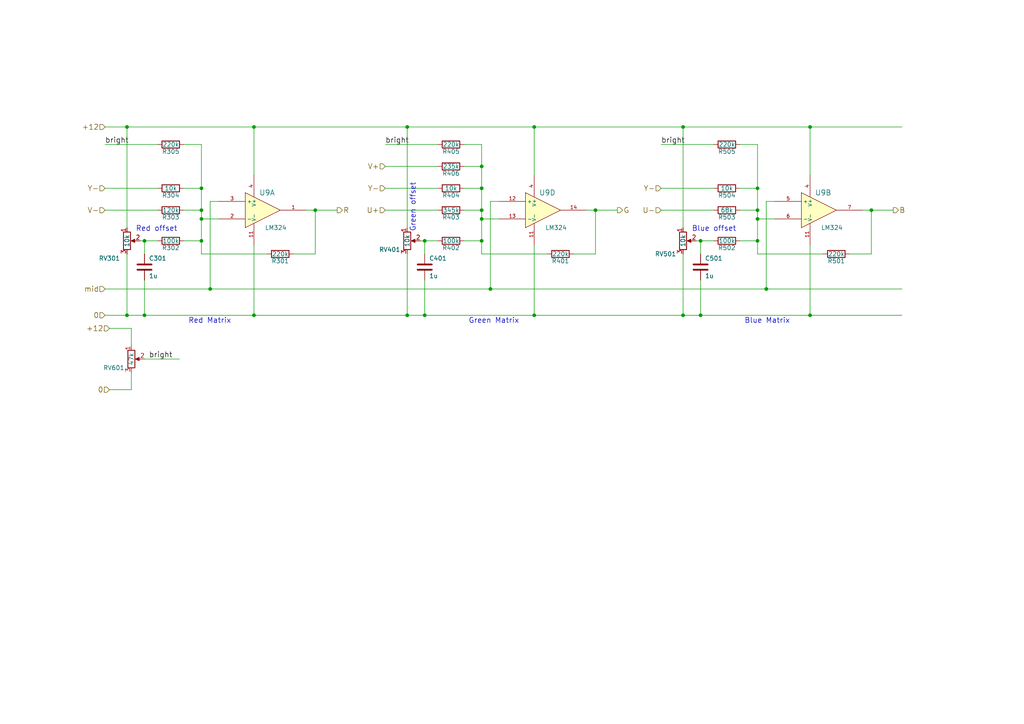
<source format=kicad_sch>
(kicad_sch (version 20211123) (generator eeschema)
  (paper "A4")
  (title_block (date "9 aug 2012"))
  (lib_symbols
    (symbol "Device:C" (pin_numbers hide) (pin_names (offset 0.254))
      (property "Reference" "C" (at 0.635 2.54 0))
      (property "Value" "C" (at 0.635 -2.54 0))
      (symbol "C_0_1"
        (polyline (pts (xy -2.032 -0.762) (xy 2.032 -0.762)) (stroke (width 0.508)))
        (polyline (pts (xy -2.032 0.762) (xy 2.032 0.762)) (stroke (width 0.508)))
      )
      (symbol "C_1_1"
        (pin passive line (at 0 3.81 270) (length 2.794) (name "~") (number "1"))
        (pin passive line (at 0 -3.81 90) (length 2.794) (name "~") (number "2"))
      )
    )
    (symbol "Device:R" (pin_numbers hide) (pin_names (offset 0))
      (property "Reference" "R" (at 2.032 0 90))
      (property "Value" "R" (at 0 0 90))
      (symbol "R_0_1"
        (rectangle (start -1.016 -2.54) (end 1.016 2.54) (stroke (width 0.254)))
      )
      (symbol "R_1_1"
        (pin passive line (at 0 3.81 270) (length 1.27) (name "~") (number "1"))
        (pin passive line (at 0 -3.81 90) (length 1.27) (name "~") (number "2"))
      )
    )
    (symbol "Device:R_Potentiometer" (pin_names (offset 1.016) hide)
      (property "Reference" "RV" (at -4.445 0 90))
      (property "Value" "R_Potentiometer" (at -2.54 0 90))
      (symbol "R_Potentiometer_0_1"
        (polyline (pts (xy 2.54 0) (xy 1.524 0)))
        (polyline (pts (xy 1.143 0) (xy 2.286 0.508) (xy 2.286 -0.508) (xy 1.143 0)) (fill (type outline)))
        (rectangle (start 1.016 2.54) (end -1.016 -2.54) (stroke (width 0.254)))
      )
      (symbol "R_Potentiometer_1_1"
        (pin passive line (at 0 3.81 270) (length 1.27) (name "1") (number "1"))
        (pin passive line (at 3.81 0 180) (length 1.27) (name "2") (number "2"))
        (pin passive line (at 0 -3.81 90) (length 1.27) (name "3") (number "3"))
      )
    )
    (symbol "NBSCIII-rescue:LM324"
      (property "Reference" "U" (at 1.27 5.08 0))
      (property "Value" "LM324" (at 3.81 -5.08 0))
      (symbol "LM324_0_1"
        (polyline (pts (xy -5.08 5.08) (xy 5.08 0) (xy -5.08 -5.08) (xy -5.08 5.08)) (stroke (width 0.1524)) (fill (type background)))
        (pin power_in line (at -2.54 -10.16 90) (length 6.35) (name "V-") (number "11"))
        (pin power_in line (at -2.54 10.16 270) (length 6.35) (name "V+") (number "4"))
      )
      (symbol "LM324_1_1"
        (pin output line (at 12.7 0 180) (length 7.62) (name "~") (number "1"))
        (pin input line (at -12.7 -2.54 0) (length 7.62) (name "-") (number "2"))
        (pin input line (at -12.7 2.54 0) (length 7.62) (name "+") (number "3"))
      )
      (symbol "LM324_2_1"
        (pin input line (at -12.7 2.54 0) (length 7.62) (name "+") (number "5"))
        (pin input line (at -12.7 -2.54 0) (length 7.62) (name "-") (number "6"))
        (pin output line (at 12.7 0 180) (length 7.62) (name "~") (number "7"))
      )
      (symbol "LM324_3_1"
        (pin input line (at -12.7 2.54 0) (length 7.62) (name "+") (number "10"))
        (pin output line (at 12.7 0 180) (length 7.62) (name "~") (number "8"))
        (pin input line (at -12.7 -2.54 0) (length 7.62) (name "-") (number "9"))
      )
      (symbol "LM324_4_1"
        (pin input line (at -12.7 2.54 0) (length 7.62) (name "+") (number "12"))
        (pin input line (at -12.7 -2.54 0) (length 7.62) (name "-") (number "13"))
        (pin output line (at 12.7 0 180) (length 7.62) (name "~") (number "14"))
      )
    )
  )
  (junction (at 219.71 69.85))
  (junction (at 154.94 91.44))
  (junction (at 91.44 60.96))
  (junction (at 73.66 36.83))
  (junction (at 60.96 83.82))
  (junction (at 118.11 36.83))
  (junction (at 172.72 60.96))
  (junction (at 219.71 54.61))
  (junction (at 118.11 91.44))
  (junction (at 123.19 69.85))
  (junction (at 154.94 36.83))
  (junction (at 41.91 69.85))
  (junction (at 222.25 83.82))
  (junction (at 41.91 91.44))
  (junction (at 73.66 91.44))
  (junction (at 198.12 91.44))
  (junction (at 58.42 60.96))
  (junction (at 58.42 69.85))
  (junction (at 142.24 83.82))
  (junction (at 139.7 69.85))
  (junction (at 58.42 63.5))
  (junction (at 203.2 69.85))
  (junction (at 139.7 60.96))
  (junction (at 219.71 63.5))
  (junction (at 252.73 60.96))
  (junction (at 36.83 36.83))
  (junction (at 139.7 54.61))
  (junction (at 139.7 63.5))
  (junction (at 219.71 60.96))
  (junction (at 234.95 91.44))
  (junction (at 203.2 91.44))
  (junction (at 58.42 54.61))
  (junction (at 36.83 91.44))
  (junction (at 139.7 48.26))
  (junction (at 234.95 36.83))
  (junction (at 123.19 91.44))
  (junction (at 198.12 36.83))
  (wire (pts (xy 91.44 60.96) (xy 91.44 73.66)))
  (wire (pts (xy 58.42 54.61) (xy 58.42 41.91)))
  (wire (pts (xy 234.95 91.44) (xy 203.2 91.44)))
  (wire (pts (xy 36.83 91.44) (xy 30.48 91.44)))
  (wire (pts (xy 123.19 91.44) (xy 118.11 91.44)))
  (wire (pts (xy 97.79 60.96) (xy 91.44 60.96)))
  (wire (pts (xy 198.12 36.83) (xy 198.12 66.04)))
  (wire (pts (xy 144.78 58.42) (xy 142.24 58.42)))
  (wire (pts (xy 214.63 41.91) (xy 219.71 41.91)))
  (wire (pts (xy 111.76 60.96) (xy 127 60.96)))
  (wire (pts (xy 53.34 41.91) (xy 58.42 41.91)))
  (wire (pts (xy 111.76 41.91) (xy 127 41.91)))
  (wire (pts (xy 73.66 91.44) (xy 41.91 91.44)))
  (wire (pts (xy 53.34 60.96) (xy 58.42 60.96)))
  (wire (pts (xy 118.11 36.83) (xy 73.66 36.83)))
  (wire (pts (xy 30.48 54.61) (xy 45.72 54.61)))
  (wire (pts (xy 123.19 81.28) (xy 123.19 91.44)))
  (wire (pts (xy 203.2 69.85) (xy 207.01 69.85)))
  (wire (pts (xy 58.42 69.85) (xy 58.42 63.5)))
  (wire (pts (xy 58.42 73.66) (xy 58.42 69.85)))
  (wire (pts (xy 222.25 83.82) (xy 142.24 83.82)))
  (wire (pts (xy 234.95 71.12) (xy 234.95 91.44)))
  (wire (pts (xy 222.25 58.42) (xy 222.25 83.82)))
  (wire (pts (xy 73.66 36.83) (xy 36.83 36.83)))
  (wire (pts (xy 214.63 69.85) (xy 219.71 69.85)))
  (wire (pts (xy 214.63 54.61) (xy 219.71 54.61)))
  (wire (pts (xy 191.77 41.91) (xy 207.01 41.91)))
  (wire (pts (xy 261.62 83.82) (xy 222.25 83.82)))
  (wire (pts (xy 172.72 60.96) (xy 172.72 73.66)))
  (wire (pts (xy 40.64 69.85) (xy 41.91 69.85)))
  (wire (pts (xy 123.19 69.85) (xy 127 69.85)))
  (wire (pts (xy 121.92 69.85) (xy 123.19 69.85)))
  (wire (pts (xy 41.91 69.85) (xy 41.91 73.66)))
  (wire (pts (xy 154.94 36.83) (xy 118.11 36.83)))
  (wire (pts (xy 139.7 73.66) (xy 139.7 69.85)))
  (wire (pts (xy 261.62 91.44) (xy 234.95 91.44)))
  (wire (pts (xy 154.94 91.44) (xy 123.19 91.44)))
  (wire (pts (xy 139.7 63.5) (xy 139.7 60.96)))
  (wire (pts (xy 214.63 60.96) (xy 219.71 60.96)))
  (wire (pts (xy 36.83 36.83) (xy 30.48 36.83)))
  (wire (pts (xy 203.2 69.85) (xy 203.2 73.66)))
  (wire (pts (xy 36.83 73.66) (xy 36.83 91.44)))
  (wire (pts (xy 203.2 81.28) (xy 203.2 91.44)))
  (wire (pts (xy 198.12 91.44) (xy 154.94 91.44)))
  (wire (pts (xy 58.42 60.96) (xy 58.42 54.61)))
  (wire (pts (xy 219.71 63.5) (xy 219.71 60.96)))
  (wire (pts (xy 224.79 58.42) (xy 222.25 58.42)))
  (wire (pts (xy 91.44 60.96) (xy 88.9 60.96)))
  (wire (pts (xy 142.24 58.42) (xy 142.24 83.82)))
  (wire (pts (xy 139.7 60.96) (xy 139.7 54.61)))
  (wire (pts (xy 30.48 41.91) (xy 45.72 41.91)))
  (wire (pts (xy 198.12 36.83) (xy 154.94 36.83)))
  (wire (pts (xy 198.12 73.66) (xy 198.12 91.44)))
  (wire (pts (xy 118.11 73.66) (xy 118.11 91.44)))
  (wire (pts (xy 60.96 58.42) (xy 60.96 83.82)))
  (wire (pts (xy 139.7 69.85) (xy 139.7 63.5)))
  (wire (pts (xy 73.66 50.8) (xy 73.66 36.83)))
  (wire (pts (xy 58.42 73.66) (xy 77.47 73.66)))
  (wire (pts (xy 139.7 54.61) (xy 139.7 48.26)))
  (wire (pts (xy 30.48 60.96) (xy 45.72 60.96)))
  (wire (pts (xy 38.1 107.95) (xy 38.1 113.03)))
  (wire (pts (xy 142.24 83.82) (xy 60.96 83.82)))
  (wire (pts (xy 41.91 104.14) (xy 52.07 104.14)))
  (wire (pts (xy 118.11 36.83) (xy 118.11 66.04)))
  (wire (pts (xy 219.71 69.85) (xy 219.71 63.5)))
  (wire (pts (xy 53.34 69.85) (xy 58.42 69.85)))
  (wire (pts (xy 134.62 48.26) (xy 139.7 48.26)))
  (wire (pts (xy 53.34 54.61) (xy 58.42 54.61)))
  (wire (pts (xy 139.7 63.5) (xy 144.78 63.5)))
  (wire (pts (xy 154.94 71.12) (xy 154.94 91.44)))
  (wire (pts (xy 234.95 50.8) (xy 234.95 36.83)))
  (wire (pts (xy 134.62 60.96) (xy 139.7 60.96)))
  (wire (pts (xy 191.77 60.96) (xy 207.01 60.96)))
  (wire (pts (xy 36.83 36.83) (xy 36.83 66.04)))
  (wire (pts (xy 252.73 60.96) (xy 252.73 73.66)))
  (wire (pts (xy 134.62 41.91) (xy 139.7 41.91)))
  (wire (pts (xy 134.62 69.85) (xy 139.7 69.85)))
  (wire (pts (xy 166.37 73.66) (xy 172.72 73.66)))
  (wire (pts (xy 31.75 113.03) (xy 38.1 113.03)))
  (wire (pts (xy 73.66 71.12) (xy 73.66 91.44)))
  (wire (pts (xy 41.91 91.44) (xy 36.83 91.44)))
  (wire (pts (xy 246.38 73.66) (xy 252.73 73.66)))
  (wire (pts (xy 123.19 69.85) (xy 123.19 73.66)))
  (wire (pts (xy 203.2 91.44) (xy 198.12 91.44)))
  (wire (pts (xy 219.71 54.61) (xy 219.71 41.91)))
  (wire (pts (xy 139.7 48.26) (xy 139.7 41.91)))
  (wire (pts (xy 179.07 60.96) (xy 172.72 60.96)))
  (wire (pts (xy 261.62 36.83) (xy 234.95 36.83)))
  (wire (pts (xy 252.73 60.96) (xy 250.19 60.96)))
  (wire (pts (xy 201.93 69.85) (xy 203.2 69.85)))
  (wire (pts (xy 134.62 54.61) (xy 139.7 54.61)))
  (wire (pts (xy 219.71 60.96) (xy 219.71 54.61)))
  (wire (pts (xy 234.95 36.83) (xy 198.12 36.83)))
  (wire (pts (xy 219.71 73.66) (xy 238.76 73.66)))
  (wire (pts (xy 219.71 63.5) (xy 224.79 63.5)))
  (wire (pts (xy 111.76 48.26) (xy 127 48.26)))
  (wire (pts (xy 63.5 58.42) (xy 60.96 58.42)))
  (wire (pts (xy 41.91 81.28) (xy 41.91 91.44)))
  (wire (pts (xy 139.7 73.66) (xy 158.75 73.66)))
  (wire (pts (xy 219.71 73.66) (xy 219.71 69.85)))
  (wire (pts (xy 85.09 73.66) (xy 91.44 73.66)))
  (wire (pts (xy 259.08 60.96) (xy 252.73 60.96)))
  (wire (pts (xy 154.94 50.8) (xy 154.94 36.83)))
  (wire (pts (xy 58.42 63.5) (xy 58.42 60.96)))
  (wire (pts (xy 41.91 69.85) (xy 45.72 69.85)))
  (wire (pts (xy 58.42 63.5) (xy 63.5 63.5)))
  (wire (pts (xy 38.1 95.25) (xy 38.1 100.33)))
  (wire (pts (xy 118.11 91.44) (xy 73.66 91.44)))
  (wire (pts (xy 172.72 60.96) (xy 170.18 60.96)))
  (wire (pts (xy 60.96 83.82) (xy 30.48 83.82)))
  (wire (pts (xy 111.76 54.61) (xy 127 54.61)))
  (wire (pts (xy 38.1 95.25) (xy 31.75 95.25)))
  (wire (pts (xy 191.77 54.61) (xy 207.01 54.61)))
  (text "Blue offset" (at 200.66 67.31 0) (effects (font (size 1.524 1.524)) (justify left bottom)))
  (text "Green offset" (at 120.65 67.31 90) (effects (font (size 1.524 1.524)) (justify left bottom)))
  (text "Red offset" (at 39.37 67.31 0) (effects (font (size 1.524 1.524)) (justify left bottom)))
  (text "Green Matrix" (at 135.89 93.98 0) (effects (font (size 1.524 1.524)) (justify left bottom)))
  (text "Red Matrix" (at 54.61 93.98 0) (effects (font (size 1.524 1.524)) (justify left bottom)))
  (text "Blue Matrix" (at 215.9 93.98 0) (effects (font (size 1.524 1.524)) (justify left bottom)))
  (label "bright" (at 191.77 41.91 0) (effects (font (size 1.524 1.524))))
  (label "bright" (at 111.76 41.91 0) (effects (font (size 1.524 1.524))))
  (label "bright" (at 43.18 104.14 0) (effects (font (size 1.524 1.524))))
  (label "bright" (at 30.48 41.91 0) (effects (font (size 1.524 1.524))))
  (hierarchical_label "V+" (shape input) (at 111.76 48.26 180) (effects (font (size 1.524 1.524))))
  (hierarchical_label "Y-" (shape input) (at 191.77 54.61 180) (effects (font (size 1.524 1.524))))
  (hierarchical_label "Y-" (shape input) (at 30.48 54.61 180) (effects (font (size 1.524 1.524))))
  (hierarchical_label "+12" (shape input) (at 30.48 36.83 180) (effects (font (size 1.524 1.524))))
  (hierarchical_label "U-" (shape input) (at 191.77 60.96 180) (effects (font (size 1.524 1.524))))
  (hierarchical_label "B" (shape output) (at 259.08 60.96 0) (effects (font (size 1.524 1.524))))
  (hierarchical_label "G" (shape output) (at 179.07 60.96 0) (effects (font (size 1.524 1.524))))
  (hierarchical_label "U+" (shape input) (at 111.76 60.96 180) (effects (font (size 1.524 1.524))))
  (hierarchical_label "Y-" (shape input) (at 111.76 54.61 180) (effects (font (size 1.524 1.524))))
  (hierarchical_label "mid" (shape input) (at 30.48 83.82 180) (effects (font (size 1.524 1.524))))
  (hierarchical_label "R" (shape output) (at 97.79 60.96 0) (effects (font (size 1.524 1.524))))
  (hierarchical_label "0" (shape input) (at 31.75 113.03 180) (effects (font (size 1.524 1.524))))
  (hierarchical_label "V-" (shape input) (at 30.48 60.96 180) (effects (font (size 1.524 1.524))))
  (hierarchical_label "0" (shape input) (at 30.48 91.44 180) (effects (font (size 1.524 1.524))))
  (hierarchical_label "+12" (shape input) (at 31.75 95.25 180) (effects (font (size 1.524 1.524))))
  (symbol (lib_id "NBSCIII-rescue:LM324") (at 76.2 60.96 0) (unit 1)
    (property "Reference" "U9" (at 77.47 55.88 0) (effects (font (size 1.524 1.524))))
    (property "Value" "LM324" (at 80.01 66.04 0))
  )
  (symbol (lib_id "Device:R") (at 81.28 73.66 270) (unit 1)
    (property "Reference" "R301" (at 81.28 75.692 90))
    (property "Value" "220k" (at 81.28 73.66 90))
  )
  (symbol (lib_id "Device:R") (at 49.53 69.85 270) (unit 1)
    (property "Reference" "R302" (at 49.53 71.882 90))
    (property "Value" "100k" (at 49.53 69.85 90))
  )
  (symbol (lib_id "Device:R_Potentiometer") (at 36.83 69.85 0) (unit 1)
    (property "Reference" "RV301" (at 31.75 74.93 0))
    (property "Value" "10k" (at 36.83 69.85 90))
  )
  (symbol (lib_id "Device:C") (at 41.91 77.47 0) (unit 1)
    (property "Reference" "C301" (at 43.18 74.93 0) (effects (justify left)))
    (property "Value" "1u" (at 43.18 80.01 0) (effects (justify left)))
  )
  (symbol (lib_id "Device:R") (at 49.53 60.96 270) (unit 1)
    (property "Reference" "R303" (at 49.53 62.992 90))
    (property "Value" "120k" (at 49.53 60.96 90))
  )
  (symbol (lib_id "Device:R") (at 49.53 54.61 270) (unit 1)
    (property "Reference" "R304" (at 49.53 56.642 90))
    (property "Value" "10k" (at 49.53 54.61 90))
  )
  (symbol (lib_id "Device:R") (at 49.53 41.91 270) (unit 1)
    (property "Reference" "R305" (at 49.53 43.942 90))
    (property "Value" "220k" (at 49.53 41.91 90))
  )
  (symbol (lib_id "NBSCIII-rescue:LM324") (at 157.48 60.96 0) (unit 4)
    (property "Reference" "U9" (at 158.75 55.88 0) (effects (font (size 1.524 1.524))))
    (property "Value" "LM324" (at 161.29 66.04 0))
  )
  (symbol (lib_id "Device:R") (at 162.56 73.66 270) (unit 1)
    (property "Reference" "R401" (at 162.56 75.692 90))
    (property "Value" "220k" (at 162.56 73.66 90))
  )
  (symbol (lib_id "Device:R") (at 130.81 69.85 270) (unit 1)
    (property "Reference" "R402" (at 130.81 71.882 90))
    (property "Value" "100k" (at 130.81 69.85 90))
  )
  (symbol (lib_id "Device:R_Potentiometer") (at 118.11 69.85 0) (unit 1)
    (property "Reference" "RV401" (at 113.03 72.39 0))
    (property "Value" "10k" (at 118.11 69.85 90))
  )
  (symbol (lib_id "Device:C") (at 123.19 77.47 0) (unit 1)
    (property "Reference" "C401" (at 124.46 74.93 0) (effects (justify left)))
    (property "Value" "1u" (at 124.46 80.01 0) (effects (justify left)))
  )
  (symbol (lib_id "Device:R") (at 130.81 60.96 270) (unit 1)
    (property "Reference" "R403" (at 130.81 62.992 90))
    (property "Value" "345k" (at 130.81 60.96 90))
  )
  (symbol (lib_id "Device:R") (at 130.81 54.61 270) (unit 1)
    (property "Reference" "R404" (at 130.81 56.642 90))
    (property "Value" "10k" (at 130.81 54.61 90))
  )
  (symbol (lib_id "Device:R") (at 130.81 41.91 270) (unit 1)
    (property "Reference" "R405" (at 130.81 43.942 90))
    (property "Value" "220k" (at 130.81 41.91 90))
  )
  (symbol (lib_id "NBSCIII-rescue:LM324") (at 237.49 60.96 0) (unit 2)
    (property "Reference" "U9" (at 238.76 55.88 0) (effects (font (size 1.524 1.524))))
    (property "Value" "LM324" (at 241.3 66.04 0))
  )
  (symbol (lib_id "Device:R") (at 242.57 73.66 270) (unit 1)
    (property "Reference" "R501" (at 242.57 75.692 90))
    (property "Value" "220k" (at 242.57 73.66 90))
  )
  (symbol (lib_id "Device:R") (at 210.82 69.85 270) (unit 1)
    (property "Reference" "R502" (at 210.82 71.882 90))
    (property "Value" "100k" (at 210.82 69.85 90))
  )
  (symbol (lib_id "Device:R_Potentiometer") (at 198.12 69.85 0) (unit 1)
    (property "Reference" "RV501" (at 193.04 73.66 0))
    (property "Value" "10k" (at 198.12 69.85 90))
  )
  (symbol (lib_id "Device:C") (at 203.2 77.47 0) (unit 1)
    (property "Reference" "C501" (at 204.47 74.93 0) (effects (justify left)))
    (property "Value" "1u" (at 204.47 80.01 0) (effects (justify left)))
  )
  (symbol (lib_id "Device:R") (at 210.82 60.96 270) (unit 1)
    (property "Reference" "R503" (at 210.82 62.992 90))
    (property "Value" "68k" (at 210.82 60.96 90))
  )
  (symbol (lib_id "Device:R") (at 210.82 54.61 270) (unit 1)
    (property "Reference" "R504" (at 210.82 56.642 90))
    (property "Value" "10k" (at 210.82 54.61 90))
  )
  (symbol (lib_id "Device:R") (at 210.82 41.91 270) (unit 1)
    (property "Reference" "R505" (at 210.82 43.942 90))
    (property "Value" "220k" (at 210.82 41.91 90))
  )
  (symbol (lib_id "Device:R") (at 130.81 48.26 270) (unit 1)
    (property "Reference" "R406" (at 130.81 50.292 90))
    (property "Value" "235k" (at 130.81 48.26 90))
  )
  (symbol (lib_id "Device:R_Potentiometer") (at 38.1 104.14 0) (unit 1)
    (property "Reference" "RV601" (at 33.02 106.68 0))
    (property "Value" "47k" (at 38.1 104.14 90))
  )
)
</source>
